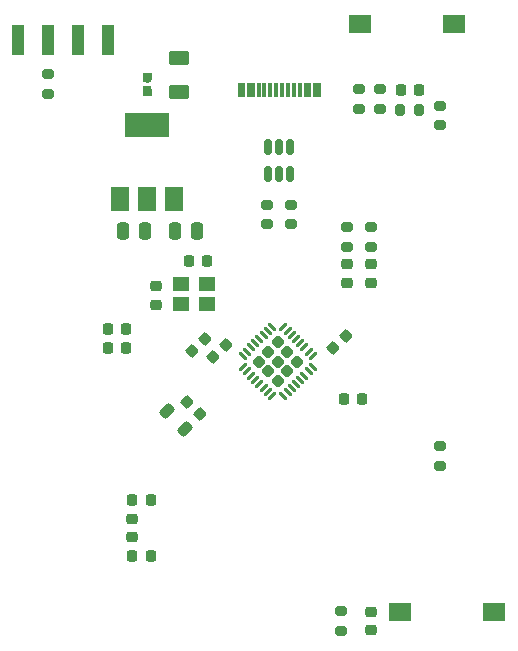
<source format=gbr>
%TF.GenerationSoftware,KiCad,Pcbnew,(6.0.5)*%
%TF.CreationDate,2022-07-08T09:53:05+08:00*%
%TF.ProjectId,ESP32C3,45535033-3243-4332-9e6b-696361645f70,rev?*%
%TF.SameCoordinates,Original*%
%TF.FileFunction,Paste,Top*%
%TF.FilePolarity,Positive*%
%FSLAX46Y46*%
G04 Gerber Fmt 4.6, Leading zero omitted, Abs format (unit mm)*
G04 Created by KiCad (PCBNEW (6.0.5)) date 2022-07-08 09:53:05*
%MOMM*%
%LPD*%
G01*
G04 APERTURE LIST*
G04 Aperture macros list*
%AMRoundRect*
0 Rectangle with rounded corners*
0 $1 Rounding radius*
0 $2 $3 $4 $5 $6 $7 $8 $9 X,Y pos of 4 corners*
0 Add a 4 corners polygon primitive as box body*
4,1,4,$2,$3,$4,$5,$6,$7,$8,$9,$2,$3,0*
0 Add four circle primitives for the rounded corners*
1,1,$1+$1,$2,$3*
1,1,$1+$1,$4,$5*
1,1,$1+$1,$6,$7*
1,1,$1+$1,$8,$9*
0 Add four rect primitives between the rounded corners*
20,1,$1+$1,$2,$3,$4,$5,0*
20,1,$1+$1,$4,$5,$6,$7,0*
20,1,$1+$1,$6,$7,$8,$9,0*
20,1,$1+$1,$8,$9,$2,$3,0*%
G04 Aperture macros list end*
%ADD10C,0.120000*%
%ADD11RoundRect,0.225000X0.225000X0.250000X-0.225000X0.250000X-0.225000X-0.250000X0.225000X-0.250000X0*%
%ADD12RoundRect,0.200000X0.275000X-0.200000X0.275000X0.200000X-0.275000X0.200000X-0.275000X-0.200000X0*%
%ADD13RoundRect,0.200000X-0.275000X0.200000X-0.275000X-0.200000X0.275000X-0.200000X0.275000X0.200000X0*%
%ADD14RoundRect,0.225000X0.017678X-0.335876X0.335876X-0.017678X-0.017678X0.335876X-0.335876X0.017678X0*%
%ADD15RoundRect,0.225000X-0.225000X-0.250000X0.225000X-0.250000X0.225000X0.250000X-0.225000X0.250000X0*%
%ADD16R,1.900000X1.500000*%
%ADD17RoundRect,0.200000X-0.200000X-0.275000X0.200000X-0.275000X0.200000X0.275000X-0.200000X0.275000X0*%
%ADD18RoundRect,0.150000X-0.150000X0.512500X-0.150000X-0.512500X0.150000X-0.512500X0.150000X0.512500X0*%
%ADD19R,0.300000X1.150000*%
%ADD20R,1.400000X1.200000*%
%ADD21R,0.648000X0.790000*%
%ADD22RoundRect,0.218750X0.256250X-0.218750X0.256250X0.218750X-0.256250X0.218750X-0.256250X-0.218750X0*%
%ADD23RoundRect,0.232500X0.000000X-0.328805X0.328805X0.000000X0.000000X0.328805X-0.328805X0.000000X0*%
%ADD24RoundRect,0.062500X-0.220971X-0.309359X0.309359X0.220971X0.220971X0.309359X-0.309359X-0.220971X0*%
%ADD25RoundRect,0.062500X0.220971X-0.309359X0.309359X-0.220971X-0.220971X0.309359X-0.309359X0.220971X0*%
%ADD26RoundRect,0.250000X0.250000X0.475000X-0.250000X0.475000X-0.250000X-0.475000X0.250000X-0.475000X0*%
%ADD27R,1.500000X2.000000*%
%ADD28R,3.800000X2.000000*%
%ADD29RoundRect,0.218750X-0.424264X-0.114905X-0.114905X-0.424264X0.424264X0.114905X0.114905X0.424264X0*%
%ADD30RoundRect,0.225000X0.250000X-0.225000X0.250000X0.225000X-0.250000X0.225000X-0.250000X-0.225000X0*%
%ADD31R,1.000000X2.500000*%
%ADD32RoundRect,0.225000X-0.250000X0.225000X-0.250000X-0.225000X0.250000X-0.225000X0.250000X0.225000X0*%
%ADD33RoundRect,0.225000X0.335876X0.017678X0.017678X0.335876X-0.335876X-0.017678X-0.017678X-0.335876X0*%
%ADD34RoundRect,0.250000X-0.625000X0.375000X-0.625000X-0.375000X0.625000X-0.375000X0.625000X0.375000X0*%
%ADD35RoundRect,0.250000X-0.250000X-0.475000X0.250000X-0.475000X0.250000X0.475000X-0.250000X0.475000X0*%
G04 APERTURE END LIST*
%TO.C,D1*%
G36*
X56077000Y-36573000D02*
G01*
X56077000Y-37061000D01*
X55857000Y-37330000D01*
X55649000Y-37330000D01*
X55429000Y-37061000D01*
X55429000Y-36573000D01*
X55477000Y-36525000D01*
X56029000Y-36525000D01*
X56077000Y-36573000D01*
G37*
D10*
X56077000Y-36573000D02*
X56077000Y-37061000D01*
X55857000Y-37330000D01*
X55649000Y-37330000D01*
X55429000Y-37061000D01*
X55429000Y-36573000D01*
X55477000Y-36525000D01*
X56029000Y-36525000D01*
X56077000Y-36573000D01*
G36*
X56077000Y-37869000D02*
G01*
X56077000Y-38357000D01*
X56029000Y-38405000D01*
X55477000Y-38405000D01*
X55429000Y-38357000D01*
X55429000Y-37869000D01*
X55649000Y-37600000D01*
X55857000Y-37600000D01*
X56077000Y-37869000D01*
G37*
X56077000Y-37869000D02*
X56077000Y-38357000D01*
X56029000Y-38405000D01*
X55477000Y-38405000D01*
X55429000Y-38357000D01*
X55429000Y-37869000D01*
X55649000Y-37600000D01*
X55857000Y-37600000D01*
X56077000Y-37869000D01*
%TD*%
D11*
%TO.C,C15*%
X78753000Y-37973000D03*
X77203000Y-37973000D03*
%TD*%
D12*
%TO.C,R4*%
X47371000Y-38290000D03*
X47371000Y-36640000D03*
%TD*%
D11*
%TO.C,C3*%
X60846000Y-52451000D03*
X59296000Y-52451000D03*
%TD*%
D13*
%TO.C,R3*%
X67945000Y-47689000D03*
X67945000Y-49339000D03*
%TD*%
D14*
%TO.C,C10*%
X71460992Y-59857008D03*
X72557008Y-58760992D03*
%TD*%
D15*
%TO.C,C2*%
X54492000Y-72686000D03*
X56042000Y-72686000D03*
%TD*%
D12*
%TO.C,R6*%
X80518000Y-40957000D03*
X80518000Y-39307000D03*
%TD*%
D16*
%TO.C,SW2*%
X73724000Y-32385000D03*
X81724000Y-32385000D03*
%TD*%
D13*
%TO.C,R1*%
X73660000Y-37910000D03*
X73660000Y-39560000D03*
%TD*%
D17*
%TO.C,R10*%
X77153000Y-39624000D03*
X78803000Y-39624000D03*
%TD*%
D18*
%TO.C,U1*%
X67879000Y-42804500D03*
X66929000Y-42804500D03*
X65979000Y-42804500D03*
X65979000Y-45079500D03*
X66929000Y-45079500D03*
X67879000Y-45079500D03*
%TD*%
D15*
%TO.C,C9*%
X72377000Y-64135000D03*
X73927000Y-64135000D03*
%TD*%
D14*
%TO.C,C8*%
X61300992Y-60619008D03*
X62397008Y-59522992D03*
%TD*%
D19*
%TO.C,J1*%
X70279000Y-37960000D03*
X69479000Y-37960000D03*
X68179000Y-37960000D03*
X67179000Y-37960000D03*
X66679000Y-37960000D03*
X65679000Y-37960000D03*
X64379000Y-37960000D03*
X63579000Y-37960000D03*
X63879000Y-37960000D03*
X64679000Y-37960000D03*
X65179000Y-37960000D03*
X66179000Y-37960000D03*
X67679000Y-37960000D03*
X68679000Y-37960000D03*
X69179000Y-37960000D03*
X69979000Y-37960000D03*
%TD*%
D11*
%TO.C,C12*%
X53988000Y-59817000D03*
X52438000Y-59817000D03*
%TD*%
%TO.C,C11*%
X53988000Y-58166000D03*
X52438000Y-58166000D03*
%TD*%
D20*
%TO.C,U2*%
X60790000Y-54395000D03*
X58590000Y-54395000D03*
X58590000Y-56095000D03*
X60790000Y-56095000D03*
%TD*%
D13*
%TO.C,R2*%
X75438000Y-37910000D03*
X75438000Y-39560000D03*
%TD*%
D21*
%TO.C,D1*%
X55753000Y-36920000D03*
X55753000Y-38010000D03*
%TD*%
D22*
%TO.C,D2*%
X74676000Y-54293500D03*
X74676000Y-52718500D03*
%TD*%
D23*
%TO.C,U3*%
X67615173Y-60146827D03*
X66802000Y-59333654D03*
X66802000Y-60960000D03*
X65988827Y-61773173D03*
X68428346Y-60960000D03*
X65175654Y-60960000D03*
X65988827Y-60146827D03*
X67615173Y-61773173D03*
X66802000Y-62586346D03*
D24*
X63840990Y-61446136D03*
X64194544Y-61799689D03*
X64548097Y-62153243D03*
X64901651Y-62506796D03*
X65255204Y-62860349D03*
X65608757Y-63213903D03*
X65962311Y-63567456D03*
X66315864Y-63921010D03*
D25*
X67288136Y-63921010D03*
X67641689Y-63567456D03*
X67995243Y-63213903D03*
X68348796Y-62860349D03*
X68702349Y-62506796D03*
X69055903Y-62153243D03*
X69409456Y-61799689D03*
X69763010Y-61446136D03*
D24*
X69763010Y-60473864D03*
X69409456Y-60120311D03*
X69055903Y-59766757D03*
X68702349Y-59413204D03*
X68348796Y-59059651D03*
X67995243Y-58706097D03*
X67641689Y-58352544D03*
X67288136Y-57998990D03*
D25*
X66315864Y-57998990D03*
X65962311Y-58352544D03*
X65608757Y-58706097D03*
X65255204Y-59059651D03*
X64901651Y-59413204D03*
X64548097Y-59766757D03*
X64194544Y-60120311D03*
X63840990Y-60473864D03*
%TD*%
D26*
%TO.C,C6*%
X55560000Y-49911000D03*
X53660000Y-49911000D03*
%TD*%
D27*
%TO.C,U4*%
X53453000Y-47219000D03*
D28*
X55753000Y-40919000D03*
D27*
X55753000Y-47219000D03*
X58053000Y-47219000D03*
%TD*%
D13*
%TO.C,R8*%
X74676000Y-49594000D03*
X74676000Y-51244000D03*
%TD*%
%TO.C,R7*%
X80518000Y-68136000D03*
X80518000Y-69786000D03*
%TD*%
D29*
%TO.C,L2*%
X57414699Y-65161699D03*
X58917301Y-66664301D03*
%TD*%
D30*
%TO.C,C4*%
X56515000Y-56147000D03*
X56515000Y-54597000D03*
%TD*%
D31*
%TO.C,J2*%
X44831000Y-33719000D03*
X47371000Y-33719000D03*
X49911000Y-33719000D03*
X52451000Y-33719000D03*
%TD*%
D32*
%TO.C,C14*%
X74676000Y-82156000D03*
X74676000Y-83706000D03*
%TD*%
D14*
%TO.C,C7*%
X59522992Y-60111008D03*
X60619008Y-59014992D03*
%TD*%
D33*
%TO.C,C13*%
X60238008Y-65445008D03*
X59141992Y-64348992D03*
%TD*%
D15*
%TO.C,C1*%
X54492000Y-77444500D03*
X56042000Y-77444500D03*
%TD*%
D34*
%TO.C,F1*%
X58420000Y-35303000D03*
X58420000Y-38103000D03*
%TD*%
D35*
%TO.C,C5*%
X58105000Y-49911000D03*
X60005000Y-49911000D03*
%TD*%
D22*
%TO.C,L1*%
X54483000Y-75844500D03*
X54483000Y-74269500D03*
%TD*%
D16*
%TO.C,SW1*%
X85153000Y-82169000D03*
X77153000Y-82169000D03*
%TD*%
D12*
%TO.C,R9*%
X72136000Y-83756000D03*
X72136000Y-82106000D03*
%TD*%
D13*
%TO.C,R5*%
X65913000Y-47689000D03*
X65913000Y-49339000D03*
%TD*%
D22*
%TO.C,D3*%
X72644000Y-54293500D03*
X72644000Y-52718500D03*
%TD*%
D13*
%TO.C,R11*%
X72644000Y-49594000D03*
X72644000Y-51244000D03*
%TD*%
M02*

</source>
